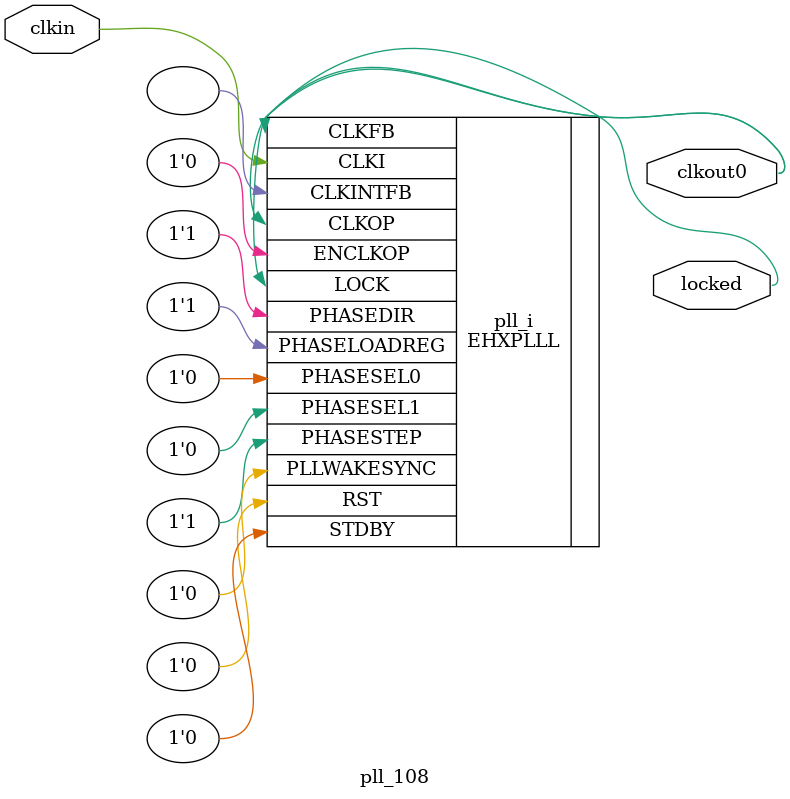
<source format=v>
module pll_108
(
    input clkin, // 48 MHz, 0 deg
    output clkout0, // 108 MHz, 0 deg
    output locked
);
(* FREQUENCY_PIN_CLKI="48" *)
(* FREQUENCY_PIN_CLKOP="108" *)
(* ICP_CURRENT="12" *) (* LPF_RESISTOR="8" *) (* MFG_ENABLE_FILTEROPAMP="1" *) (* MFG_GMCREF_SEL="2" *)
EHXPLLL #(
        .PLLRST_ENA("DISABLED"),
        .INTFB_WAKE("DISABLED"),
        .STDBY_ENABLE("DISABLED"),
        .DPHASE_SOURCE("DISABLED"),
        .OUTDIVIDER_MUXA("DIVA"),
        .OUTDIVIDER_MUXB("DIVB"),
        .OUTDIVIDER_MUXC("DIVC"),
        .OUTDIVIDER_MUXD("DIVD"),
        .CLKI_DIV(4),
        .CLKOP_ENABLE("ENABLED"),
        .CLKOP_DIV(6),
        .CLKOP_CPHASE(2),
        .CLKOP_FPHASE(0),
        .FEEDBK_PATH("CLKOP"),
        .CLKFB_DIV(9)
    ) pll_i (
        .RST(1'b0),
        .STDBY(1'b0),
        .CLKI(clkin),
        .CLKOP(clkout0),
        .CLKFB(clkout0),
        .CLKINTFB(),
        .PHASESEL0(1'b0),
        .PHASESEL1(1'b0),
        .PHASEDIR(1'b1),
        .PHASESTEP(1'b1),
        .PHASELOADREG(1'b1),
        .PLLWAKESYNC(1'b0),
        .ENCLKOP(1'b0),
        .LOCK(locked)
	);
endmodule

</source>
